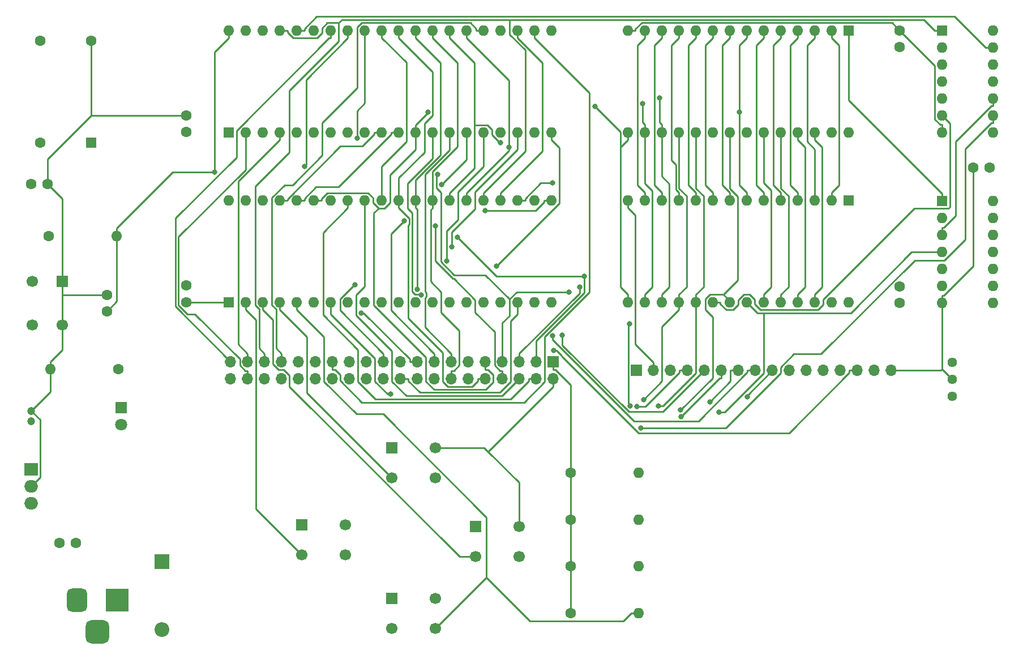
<source format=gbr>
%TF.GenerationSoftware,KiCad,Pcbnew,(6.0.7)*%
%TF.CreationDate,2022-08-24T20:40:47-04:00*%
%TF.ProjectId,6502,36353032-2e6b-4696-9361-645f70636258,1.0*%
%TF.SameCoordinates,Original*%
%TF.FileFunction,Copper,L2,Bot*%
%TF.FilePolarity,Positive*%
%FSLAX46Y46*%
G04 Gerber Fmt 4.6, Leading zero omitted, Abs format (unit mm)*
G04 Created by KiCad (PCBNEW (6.0.7)) date 2022-08-24 20:40:47*
%MOMM*%
%LPD*%
G01*
G04 APERTURE LIST*
G04 Aperture macros list*
%AMRoundRect*
0 Rectangle with rounded corners*
0 $1 Rounding radius*
0 $2 $3 $4 $5 $6 $7 $8 $9 X,Y pos of 4 corners*
0 Add a 4 corners polygon primitive as box body*
4,1,4,$2,$3,$4,$5,$6,$7,$8,$9,$2,$3,0*
0 Add four circle primitives for the rounded corners*
1,1,$1+$1,$2,$3*
1,1,$1+$1,$4,$5*
1,1,$1+$1,$6,$7*
1,1,$1+$1,$8,$9*
0 Add four rect primitives between the rounded corners*
20,1,$1+$1,$2,$3,$4,$5,0*
20,1,$1+$1,$4,$5,$6,$7,0*
20,1,$1+$1,$6,$7,$8,$9,0*
20,1,$1+$1,$8,$9,$2,$3,0*%
G04 Aperture macros list end*
%TA.AperFunction,ComponentPad*%
%ADD10C,1.200000*%
%TD*%
%TA.AperFunction,ComponentPad*%
%ADD11R,1.700000X1.700000*%
%TD*%
%TA.AperFunction,ComponentPad*%
%ADD12C,1.700000*%
%TD*%
%TA.AperFunction,ComponentPad*%
%ADD13O,1.700000X1.700000*%
%TD*%
%TA.AperFunction,ComponentPad*%
%ADD14R,1.600000X1.600000*%
%TD*%
%TA.AperFunction,ComponentPad*%
%ADD15O,1.600000X1.600000*%
%TD*%
%TA.AperFunction,ComponentPad*%
%ADD16R,1.800000X1.800000*%
%TD*%
%TA.AperFunction,ComponentPad*%
%ADD17C,1.800000*%
%TD*%
%TA.AperFunction,ComponentPad*%
%ADD18C,1.600000*%
%TD*%
%TA.AperFunction,ComponentPad*%
%ADD19R,3.500000X3.500000*%
%TD*%
%TA.AperFunction,ComponentPad*%
%ADD20RoundRect,0.750000X-0.750000X-1.000000X0.750000X-1.000000X0.750000X1.000000X-0.750000X1.000000X0*%
%TD*%
%TA.AperFunction,ComponentPad*%
%ADD21RoundRect,0.875000X-0.875000X-0.875000X0.875000X-0.875000X0.875000X0.875000X-0.875000X0.875000X0*%
%TD*%
%TA.AperFunction,ComponentPad*%
%ADD22C,1.440000*%
%TD*%
%TA.AperFunction,ComponentPad*%
%ADD23R,2.000000X1.905000*%
%TD*%
%TA.AperFunction,ComponentPad*%
%ADD24O,2.000000X1.905000*%
%TD*%
%TA.AperFunction,ComponentPad*%
%ADD25R,2.200000X2.200000*%
%TD*%
%TA.AperFunction,ComponentPad*%
%ADD26O,2.200000X2.200000*%
%TD*%
%TA.AperFunction,ViaPad*%
%ADD27C,0.800000*%
%TD*%
%TA.AperFunction,Conductor*%
%ADD28C,0.250000*%
%TD*%
G04 APERTURE END LIST*
D10*
%TO.P,C1,1*%
%TO.N,Net-(C1-Pad1)*%
X73825000Y-105250000D03*
%TO.P,C1,2*%
%TO.N,GND*%
X73825000Y-103750000D03*
%TD*%
D11*
%TO.P,SW4,1,1*%
%TO.N,GND*%
X127750000Y-109250000D03*
D12*
X134250000Y-109250000D03*
%TO.P,SW4,2,2*%
%TO.N,/PA2*%
X127750000Y-113750000D03*
X134250000Y-113750000D03*
%TD*%
%TO.P,SW5,1,1*%
%TO.N,GND*%
X134250000Y-131750000D03*
D11*
X127750000Y-131750000D03*
D12*
%TO.P,SW5,2,2*%
%TO.N,/PA3*%
X134250000Y-136250000D03*
X127750000Y-136250000D03*
%TD*%
D11*
%TO.P,J2,1,Pin_1*%
%TO.N,VCC*%
X151880000Y-96370000D03*
D13*
%TO.P,J2,2,Pin_2*%
%TO.N,GND*%
X151880000Y-98910000D03*
%TO.P,J2,3,Pin_3*%
%TO.N,/A0*%
X149340000Y-96370000D03*
%TO.P,J2,4,Pin_4*%
%TO.N,/D0*%
X149340000Y-98910000D03*
%TO.P,J2,5,Pin_5*%
%TO.N,/A1*%
X146800000Y-96370000D03*
%TO.P,J2,6,Pin_6*%
%TO.N,/D1*%
X146800000Y-98910000D03*
%TO.P,J2,7,Pin_7*%
%TO.N,/A2*%
X144260000Y-96370000D03*
%TO.P,J2,8,Pin_8*%
%TO.N,/D2*%
X144260000Y-98910000D03*
%TO.P,J2,9,Pin_9*%
%TO.N,/A3*%
X141720000Y-96370000D03*
%TO.P,J2,10,Pin_10*%
%TO.N,/D3*%
X141720000Y-98910000D03*
%TO.P,J2,11,Pin_11*%
%TO.N,/A4*%
X139180000Y-96370000D03*
%TO.P,J2,12,Pin_12*%
%TO.N,/D4*%
X139180000Y-98910000D03*
%TO.P,J2,13,Pin_13*%
%TO.N,/A5*%
X136640000Y-96370000D03*
%TO.P,J2,14,Pin_14*%
%TO.N,/D5*%
X136640000Y-98910000D03*
%TO.P,J2,15,Pin_15*%
%TO.N,/A6*%
X134100000Y-96370000D03*
%TO.P,J2,16,Pin_16*%
%TO.N,/D6*%
X134100000Y-98910000D03*
%TO.P,J2,17,Pin_17*%
%TO.N,/A7*%
X131560000Y-96370000D03*
%TO.P,J2,18,Pin_18*%
%TO.N,/D7*%
X131560000Y-98910000D03*
%TO.P,J2,19,Pin_19*%
%TO.N,/A8*%
X129020000Y-96370000D03*
%TO.P,J2,20,Pin_20*%
%TO.N,/CB1*%
X129020000Y-98910000D03*
%TO.P,J2,21,Pin_21*%
%TO.N,/A9*%
X126480000Y-96370000D03*
%TO.P,J2,22,Pin_22*%
%TO.N,/CB2*%
X126480000Y-98910000D03*
%TO.P,J2,23,Pin_23*%
%TO.N,/A10*%
X123940000Y-96370000D03*
%TO.P,J2,24,Pin_24*%
%TO.N,unconnected-(J2-Pad24)*%
X123940000Y-98910000D03*
%TO.P,J2,25,Pin_25*%
%TO.N,/A11*%
X121400000Y-96370000D03*
%TO.P,J2,26,Pin_26*%
%TO.N,unconnected-(J2-Pad26)*%
X121400000Y-98910000D03*
%TO.P,J2,27,Pin_27*%
%TO.N,/A12*%
X118860000Y-96370000D03*
%TO.P,J2,28,Pin_28*%
%TO.N,unconnected-(J2-Pad28)*%
X118860000Y-98910000D03*
%TO.P,J2,29,Pin_29*%
%TO.N,/A13*%
X116320000Y-96370000D03*
%TO.P,J2,30,Pin_30*%
%TO.N,unconnected-(J2-Pad30)*%
X116320000Y-98910000D03*
%TO.P,J2,31,Pin_31*%
%TO.N,/A14*%
X113780000Y-96370000D03*
%TO.P,J2,32,Pin_32*%
%TO.N,/PHI1*%
X113780000Y-98910000D03*
%TO.P,J2,33,Pin_33*%
%TO.N,/A15*%
X111240000Y-96370000D03*
%TO.P,J2,34,Pin_34*%
%TO.N,/PHI2*%
X111240000Y-98910000D03*
%TO.P,J2,35,Pin_35*%
X108700000Y-96370000D03*
%TO.P,J2,36,Pin_36*%
%TO.N,/~{PHI2}*%
X108700000Y-98910000D03*
%TO.P,J2,37,Pin_37*%
%TO.N,/~{IRQ}*%
X106160000Y-96370000D03*
%TO.P,J2,38,Pin_38*%
%TO.N,/RDY*%
X106160000Y-98910000D03*
%TO.P,J2,39,Pin_39*%
%TO.N,/~{RW}*%
X103620000Y-96370000D03*
%TO.P,J2,40,Pin_40*%
%TO.N,VCC*%
X103620000Y-98910000D03*
%TD*%
D14*
%TO.P,U3,1,A14*%
%TO.N,/A14*%
X196055000Y-46840000D03*
D15*
%TO.P,U3,2,A12*%
%TO.N,/A12*%
X193515000Y-46840000D03*
%TO.P,U3,3,A7*%
%TO.N,/A7*%
X190975000Y-46840000D03*
%TO.P,U3,4,A6*%
%TO.N,/A6*%
X188435000Y-46840000D03*
%TO.P,U3,5,A5*%
%TO.N,/A5*%
X185895000Y-46840000D03*
%TO.P,U3,6,A4*%
%TO.N,/A4*%
X183355000Y-46840000D03*
%TO.P,U3,7,A3*%
%TO.N,/A3*%
X180815000Y-46840000D03*
%TO.P,U3,8,A2*%
%TO.N,/A2*%
X178275000Y-46840000D03*
%TO.P,U3,9,A1*%
%TO.N,/A1*%
X175735000Y-46840000D03*
%TO.P,U3,10,A0*%
%TO.N,/A0*%
X173195000Y-46840000D03*
%TO.P,U3,11,D0*%
%TO.N,/D0*%
X170655000Y-46840000D03*
%TO.P,U3,12,D1*%
%TO.N,/D1*%
X168115000Y-46840000D03*
%TO.P,U3,13,D2*%
%TO.N,/D2*%
X165575000Y-46840000D03*
%TO.P,U3,14,GND*%
%TO.N,GND*%
X163035000Y-46840000D03*
%TO.P,U3,15,D3*%
%TO.N,/D3*%
X163035000Y-62080000D03*
%TO.P,U3,16,D4*%
%TO.N,/D4*%
X165575000Y-62080000D03*
%TO.P,U3,17,D5*%
%TO.N,/D5*%
X168115000Y-62080000D03*
%TO.P,U3,18,D6*%
%TO.N,/D6*%
X170655000Y-62080000D03*
%TO.P,U3,19,D7*%
%TO.N,/D7*%
X173195000Y-62080000D03*
%TO.P,U3,20,~{CS}*%
%TO.N,/~{ROMCS}*%
X175735000Y-62080000D03*
%TO.P,U3,21,A10*%
%TO.N,/A10*%
X178275000Y-62080000D03*
%TO.P,U3,22,~{OE}*%
%TO.N,/~{ROMCS}*%
X180815000Y-62080000D03*
%TO.P,U3,23,A11*%
%TO.N,/A11*%
X183355000Y-62080000D03*
%TO.P,U3,24,A9*%
%TO.N,/A9*%
X185895000Y-62080000D03*
%TO.P,U3,25,A8*%
%TO.N,/A8*%
X188435000Y-62080000D03*
%TO.P,U3,26,A13*%
%TO.N,/A13*%
X190975000Y-62080000D03*
%TO.P,U3,27,~{WE}*%
%TO.N,VCC*%
X193515000Y-62080000D03*
%TO.P,U3,28,VCC*%
X196055000Y-62080000D03*
%TD*%
D14*
%TO.P,U2,1,~{VP}*%
%TO.N,unconnected-(U2-Pad1)*%
X103355000Y-62085000D03*
D15*
%TO.P,U2,2,RDY*%
%TO.N,/RDY*%
X105895000Y-62085000D03*
%TO.P,U2,3,\u03D51*%
%TO.N,unconnected-(U2-Pad3)*%
X108435000Y-62085000D03*
%TO.P,U2,4,~{IRQ}*%
%TO.N,/~{IRQ}*%
X110975000Y-62085000D03*
%TO.P,U2,5,~{ML}*%
%TO.N,unconnected-(U2-Pad5)*%
X113515000Y-62085000D03*
%TO.P,U2,6,~{NMI}*%
%TO.N,VCC*%
X116055000Y-62085000D03*
%TO.P,U2,7,SYNC*%
%TO.N,unconnected-(U2-Pad7)*%
X118595000Y-62085000D03*
%TO.P,U2,8,VDD*%
%TO.N,VCC*%
X121135000Y-62085000D03*
%TO.P,U2,9,A0*%
%TO.N,/A0*%
X123675000Y-62085000D03*
%TO.P,U2,10,A1*%
%TO.N,/A1*%
X126215000Y-62085000D03*
%TO.P,U2,11,A2*%
%TO.N,/A2*%
X128755000Y-62085000D03*
%TO.P,U2,12,A3*%
%TO.N,/A3*%
X131295000Y-62085000D03*
%TO.P,U2,13,A4*%
%TO.N,/A4*%
X133835000Y-62085000D03*
%TO.P,U2,14,A5*%
%TO.N,/A5*%
X136375000Y-62085000D03*
%TO.P,U2,15,A6*%
%TO.N,/A6*%
X138915000Y-62085000D03*
%TO.P,U2,16,A7*%
%TO.N,/A7*%
X141455000Y-62085000D03*
%TO.P,U2,17,A8*%
%TO.N,/A8*%
X143995000Y-62085000D03*
%TO.P,U2,18,A9*%
%TO.N,/A9*%
X146535000Y-62085000D03*
%TO.P,U2,19,A10*%
%TO.N,/A10*%
X149075000Y-62085000D03*
%TO.P,U2,20,A11*%
%TO.N,/A11*%
X151615000Y-62085000D03*
%TO.P,U2,21,VSS*%
%TO.N,GND*%
X151615000Y-46845000D03*
%TO.P,U2,22,A12*%
%TO.N,/A12*%
X149075000Y-46845000D03*
%TO.P,U2,23,A13*%
%TO.N,/A13*%
X146535000Y-46845000D03*
%TO.P,U2,24,A14*%
%TO.N,/A14*%
X143995000Y-46845000D03*
%TO.P,U2,25,A15*%
%TO.N,/A15*%
X141455000Y-46845000D03*
%TO.P,U2,26,D7*%
%TO.N,/D7*%
X138915000Y-46845000D03*
%TO.P,U2,27,D6*%
%TO.N,/D6*%
X136375000Y-46845000D03*
%TO.P,U2,28,D5*%
%TO.N,/D5*%
X133835000Y-46845000D03*
%TO.P,U2,29,D4*%
%TO.N,/D4*%
X131295000Y-46845000D03*
%TO.P,U2,30,D3*%
%TO.N,/D3*%
X128755000Y-46845000D03*
%TO.P,U2,31,D2*%
%TO.N,/D2*%
X126215000Y-46845000D03*
%TO.P,U2,32,D1*%
%TO.N,/D1*%
X123675000Y-46845000D03*
%TO.P,U2,33,D0*%
%TO.N,/D0*%
X121135000Y-46845000D03*
%TO.P,U2,34,R/~{W}*%
%TO.N,/~{RW}*%
X118595000Y-46845000D03*
%TO.P,U2,35,nc*%
%TO.N,unconnected-(U2-Pad35)*%
X116055000Y-46845000D03*
%TO.P,U2,36,BE*%
%TO.N,/RDY*%
X113515000Y-46845000D03*
%TO.P,U2,37,\u03D50*%
%TO.N,/PHI2*%
X110975000Y-46845000D03*
%TO.P,U2,38,~{SO}*%
%TO.N,VCC*%
X108435000Y-46845000D03*
%TO.P,U2,39,\u03D52*%
%TO.N,unconnected-(U2-Pad39)*%
X105895000Y-46845000D03*
%TO.P,U2,40,~{RES}*%
%TO.N,/~{RES}*%
X103355000Y-46845000D03*
%TD*%
D16*
%TO.P,D2,1,K*%
%TO.N,Net-(D2-Pad1)*%
X87250000Y-103225000D03*
D17*
%TO.P,D2,2,A*%
%TO.N,VCC*%
X87250000Y-105765000D03*
%TD*%
D18*
%TO.P,C9,1*%
%TO.N,GND*%
X80500000Y-123500000D03*
%TO.P,C9,2*%
%TO.N,VCC*%
X78000000Y-123500000D03*
%TD*%
%TO.P,C5,1*%
%TO.N,GND*%
X203680000Y-85090000D03*
%TO.P,C5,2*%
%TO.N,VCC*%
X203680000Y-87590000D03*
%TD*%
%TO.P,R2,1*%
%TO.N,VCC*%
X76420000Y-77560000D03*
D15*
%TO.P,R2,2*%
%TO.N,/~{RES}*%
X86580000Y-77560000D03*
%TD*%
D18*
%TO.P,C4,1*%
%TO.N,GND*%
X203680000Y-46840000D03*
%TO.P,C4,2*%
%TO.N,VCC*%
X203680000Y-49340000D03*
%TD*%
D12*
%TO.P,SW2,1,1*%
%TO.N,GND*%
X120750000Y-120750000D03*
D11*
X114250000Y-120750000D03*
D12*
%TO.P,SW2,2,2*%
%TO.N,/PA0*%
X114250000Y-125250000D03*
X120750000Y-125250000D03*
%TD*%
D18*
%TO.P,R1,1*%
%TO.N,Net-(D2-Pad1)*%
X86830000Y-97500000D03*
D15*
%TO.P,R1,2*%
%TO.N,GND*%
X76670000Y-97500000D03*
%TD*%
D14*
%TO.P,U5,1,VSS*%
%TO.N,GND*%
X103355000Y-87485000D03*
D15*
%TO.P,U5,2,PA0*%
%TO.N,/PA0*%
X105895000Y-87485000D03*
%TO.P,U5,3,PA1*%
%TO.N,/PA1*%
X108435000Y-87485000D03*
%TO.P,U5,4,PA2*%
%TO.N,/PA2*%
X110975000Y-87485000D03*
%TO.P,U5,5,PA3*%
%TO.N,/PA3*%
X113515000Y-87485000D03*
%TO.P,U5,6,PA4*%
%TO.N,/PA4*%
X116055000Y-87485000D03*
%TO.P,U5,7,PA5*%
%TO.N,/PA5*%
X118595000Y-87485000D03*
%TO.P,U5,8,PA6*%
%TO.N,/PA6*%
X121135000Y-87485000D03*
%TO.P,U5,9,PA7*%
%TO.N,/PA7*%
X123675000Y-87485000D03*
%TO.P,U5,10,PB0*%
%TO.N,/PB0*%
X126215000Y-87485000D03*
%TO.P,U5,11,PB1*%
%TO.N,/PB1*%
X128755000Y-87485000D03*
%TO.P,U5,12,PB2*%
%TO.N,/PB2*%
X131295000Y-87485000D03*
%TO.P,U5,13,PB3*%
%TO.N,/PB3*%
X133835000Y-87485000D03*
%TO.P,U5,14,PB4*%
%TO.N,/PB4*%
X136375000Y-87485000D03*
%TO.P,U5,15,PB5*%
%TO.N,/PB5*%
X138915000Y-87485000D03*
%TO.P,U5,16,PB6*%
%TO.N,/PB6*%
X141455000Y-87485000D03*
%TO.P,U5,17,PB7*%
%TO.N,/PB7*%
X143995000Y-87485000D03*
%TO.P,U5,18,CB1*%
%TO.N,/CB1*%
X146535000Y-87485000D03*
%TO.P,U5,19,CB2*%
%TO.N,/CB2*%
X149075000Y-87485000D03*
%TO.P,U5,20,VCC*%
%TO.N,VCC*%
X151615000Y-87485000D03*
%TO.P,U5,21,~{IRQ}*%
%TO.N,/~{IRQ}*%
X151615000Y-72245000D03*
%TO.P,U5,22,R/~{W}*%
%TO.N,/~{RW}*%
X149075000Y-72245000D03*
%TO.P,U5,23,~{CS2}*%
%TO.N,/~{VIACS2}*%
X146535000Y-72245000D03*
%TO.P,U5,24,CS1*%
%TO.N,/A13*%
X143995000Y-72245000D03*
%TO.P,U5,25,\u03D52*%
%TO.N,/PHI2*%
X141455000Y-72245000D03*
%TO.P,U5,26,D7*%
%TO.N,/D7*%
X138915000Y-72245000D03*
%TO.P,U5,27,D6*%
%TO.N,/D6*%
X136375000Y-72245000D03*
%TO.P,U5,28,D5*%
%TO.N,/D5*%
X133835000Y-72245000D03*
%TO.P,U5,29,D4*%
%TO.N,/D4*%
X131295000Y-72245000D03*
%TO.P,U5,30,D3*%
%TO.N,/D3*%
X128755000Y-72245000D03*
%TO.P,U5,31,D2*%
%TO.N,/D2*%
X126215000Y-72245000D03*
%TO.P,U5,32,D1*%
%TO.N,/D1*%
X123675000Y-72245000D03*
%TO.P,U5,33,D0*%
%TO.N,/D0*%
X121135000Y-72245000D03*
%TO.P,U5,34,~{RES}*%
%TO.N,/~{RES}*%
X118595000Y-72245000D03*
%TO.P,U5,35,RS3*%
%TO.N,/A3*%
X116055000Y-72245000D03*
%TO.P,U5,36,RS2*%
%TO.N,/A2*%
X113515000Y-72245000D03*
%TO.P,U5,37,RS1*%
%TO.N,/A1*%
X110975000Y-72245000D03*
%TO.P,U5,38,RS0*%
%TO.N,/A0*%
X108435000Y-72245000D03*
%TO.P,U5,39,CA2*%
%TO.N,/CA2*%
X105895000Y-72245000D03*
%TO.P,U5,40,CA1*%
%TO.N,/CA1*%
X103355000Y-72245000D03*
%TD*%
D19*
%TO.P,J1,1*%
%TO.N,Net-(D1-Pad2)*%
X86650000Y-132042500D03*
D20*
%TO.P,J1,2*%
%TO.N,GND*%
X80650000Y-132042500D03*
D21*
%TO.P,J1,3*%
%TO.N,N/C*%
X83650000Y-136742500D03*
%TD*%
D18*
%TO.P,R4,1*%
%TO.N,VCC*%
X154500000Y-119980000D03*
D15*
%TO.P,R4,2*%
%TO.N,/PA1*%
X164660000Y-119980000D03*
%TD*%
D18*
%TO.P,C3,1*%
%TO.N,GND*%
X97000000Y-87480000D03*
%TO.P,C3,2*%
%TO.N,VCC*%
X97000000Y-84980000D03*
%TD*%
D12*
%TO.P,SW3,1,1*%
%TO.N,GND*%
X146750000Y-121000000D03*
D11*
X140250000Y-121000000D03*
D12*
%TO.P,SW3,2,2*%
%TO.N,/PA1*%
X146750000Y-125500000D03*
X140250000Y-125500000D03*
%TD*%
D22*
%TO.P,RV1,1,1*%
%TO.N,/CNTRST*%
X211500000Y-96460000D03*
%TO.P,RV1,2,2*%
%TO.N,GND*%
X211500000Y-99000000D03*
%TO.P,RV1,3,3*%
%TO.N,VCC*%
X211500000Y-101540000D03*
%TD*%
D18*
%TO.P,C7,1*%
%TO.N,GND*%
X85090000Y-86360000D03*
%TO.P,C7,2*%
%TO.N,/~{RES}*%
X85090000Y-88860000D03*
%TD*%
%TO.P,C6,1*%
%TO.N,GND*%
X214630000Y-67310000D03*
%TO.P,C6,2*%
%TO.N,VCC*%
X217130000Y-67310000D03*
%TD*%
D14*
%TO.P,U7,1*%
%TO.N,/PHI2*%
X210040000Y-46840000D03*
D15*
%TO.P,U7,2*%
X210040000Y-49380000D03*
%TO.P,U7,3*%
%TO.N,/~{PHI2}*%
X210040000Y-51920000D03*
%TO.P,U7,4*%
%TO.N,Net-(U7-Pad11)*%
X210040000Y-54460000D03*
%TO.P,U7,5*%
X210040000Y-57000000D03*
%TO.P,U7,6*%
%TO.N,/~{RAMCS}*%
X210040000Y-59540000D03*
%TO.P,U7,7,GND*%
%TO.N,GND*%
X210040000Y-62080000D03*
%TO.P,U7,8*%
%TO.N,Net-(U7-Pad12)*%
X217660000Y-62080000D03*
%TO.P,U7,9*%
%TO.N,/~{PHI2}*%
X217660000Y-59540000D03*
%TO.P,U7,10*%
%TO.N,/~{A14}*%
X217660000Y-57000000D03*
%TO.P,U7,11*%
%TO.N,Net-(U7-Pad11)*%
X217660000Y-54460000D03*
%TO.P,U7,12*%
%TO.N,Net-(U7-Pad12)*%
X217660000Y-51920000D03*
%TO.P,U7,13*%
%TO.N,/RDY*%
X217660000Y-49380000D03*
%TO.P,U7,14,VCC*%
%TO.N,VCC*%
X217660000Y-46840000D03*
%TD*%
D18*
%TO.P,C2,1*%
%TO.N,VCC*%
X97000000Y-62040000D03*
%TO.P,C2,2*%
%TO.N,GND*%
X97000000Y-59540000D03*
%TD*%
%TO.P,R3,1*%
%TO.N,VCC*%
X154500000Y-113000000D03*
D15*
%TO.P,R3,2*%
%TO.N,/PA0*%
X164660000Y-113000000D03*
%TD*%
D14*
%TO.P,U6,1*%
%TO.N,/A14*%
X210000000Y-72350000D03*
D15*
%TO.P,U6,2*%
X210000000Y-74890000D03*
%TO.P,U6,3*%
%TO.N,/~{A14}*%
X210000000Y-77430000D03*
%TO.P,U6,4*%
%TO.N,/A14*%
X210000000Y-79970000D03*
%TO.P,U6,5*%
%TO.N,/~{A15}*%
X210000000Y-82510000D03*
%TO.P,U6,6*%
%TO.N,/~{VIACS2}*%
X210000000Y-85050000D03*
%TO.P,U6,7,GND*%
%TO.N,GND*%
X210000000Y-87590000D03*
%TO.P,U6,8*%
%TO.N,/~{A15}*%
X217620000Y-87590000D03*
%TO.P,U6,9*%
%TO.N,/A15*%
X217620000Y-85050000D03*
%TO.P,U6,10*%
X217620000Y-82510000D03*
%TO.P,U6,11*%
%TO.N,/~{ROMCS}*%
X217620000Y-79970000D03*
%TO.P,U6,12*%
%TO.N,/A14*%
X217620000Y-77430000D03*
%TO.P,U6,13*%
%TO.N,/A15*%
X217620000Y-74890000D03*
%TO.P,U6,14,VCC*%
%TO.N,VCC*%
X217620000Y-72350000D03*
%TD*%
D12*
%TO.P,SW1,1,1*%
%TO.N,GND*%
X78450000Y-90880000D03*
D11*
X78450000Y-84380000D03*
D12*
%TO.P,SW1,2,2*%
%TO.N,/~{RES}*%
X73950000Y-84380000D03*
X73950000Y-90880000D03*
%TD*%
D18*
%TO.P,R5,1*%
%TO.N,VCC*%
X154500000Y-126980000D03*
D15*
%TO.P,R5,2*%
%TO.N,/PA2*%
X164660000Y-126980000D03*
%TD*%
D14*
%TO.P,U4,1,A14*%
%TO.N,/A15*%
X196055000Y-72240000D03*
D15*
%TO.P,U4,2,A12*%
%TO.N,/A12*%
X193515000Y-72240000D03*
%TO.P,U4,3,A7*%
%TO.N,/A7*%
X190975000Y-72240000D03*
%TO.P,U4,4,A6*%
%TO.N,/A6*%
X188435000Y-72240000D03*
%TO.P,U4,5,A5*%
%TO.N,/A5*%
X185895000Y-72240000D03*
%TO.P,U4,6,A4*%
%TO.N,/A4*%
X183355000Y-72240000D03*
%TO.P,U4,7,A3*%
%TO.N,/A3*%
X180815000Y-72240000D03*
%TO.P,U4,8,A2*%
%TO.N,/A2*%
X178275000Y-72240000D03*
%TO.P,U4,9,A1*%
%TO.N,/A1*%
X175735000Y-72240000D03*
%TO.P,U4,10,A0*%
%TO.N,/A0*%
X173195000Y-72240000D03*
%TO.P,U4,11,Q0*%
%TO.N,/D0*%
X170655000Y-72240000D03*
%TO.P,U4,12,Q1*%
%TO.N,/D1*%
X168115000Y-72240000D03*
%TO.P,U4,13,Q2*%
%TO.N,/D2*%
X165575000Y-72240000D03*
%TO.P,U4,14,GND*%
%TO.N,GND*%
X163035000Y-72240000D03*
%TO.P,U4,15,Q3*%
%TO.N,/D3*%
X163035000Y-87480000D03*
%TO.P,U4,16,Q4*%
%TO.N,/D4*%
X165575000Y-87480000D03*
%TO.P,U4,17,Q5*%
%TO.N,/D5*%
X168115000Y-87480000D03*
%TO.P,U4,18,Q6*%
%TO.N,/D6*%
X170655000Y-87480000D03*
%TO.P,U4,19,Q7*%
%TO.N,/D7*%
X173195000Y-87480000D03*
%TO.P,U4,20,~{CS}*%
%TO.N,/~{RAMCS}*%
X175735000Y-87480000D03*
%TO.P,U4,21,A10*%
%TO.N,/A10*%
X178275000Y-87480000D03*
%TO.P,U4,22,~{OE}*%
%TO.N,/A14*%
X180815000Y-87480000D03*
%TO.P,U4,23,A11*%
%TO.N,/A11*%
X183355000Y-87480000D03*
%TO.P,U4,24,A9*%
%TO.N,/A9*%
X185895000Y-87480000D03*
%TO.P,U4,25,A8*%
%TO.N,/A8*%
X188435000Y-87480000D03*
%TO.P,U4,26,A13*%
%TO.N,/A13*%
X190975000Y-87480000D03*
%TO.P,U4,27,~{WE}*%
%TO.N,/~{RW}*%
X193515000Y-87480000D03*
%TO.P,U4,28,VCC*%
%TO.N,VCC*%
X196055000Y-87480000D03*
%TD*%
D14*
%TO.P,X1,1,EN*%
%TO.N,unconnected-(X1-Pad1)*%
X82750000Y-63620000D03*
D18*
%TO.P,X1,7,GND*%
%TO.N,GND*%
X82750000Y-48380000D03*
%TO.P,X1,8,OUT*%
%TO.N,/PHI1*%
X75130000Y-48380000D03*
%TO.P,X1,14,Vcc*%
%TO.N,VCC*%
X75130000Y-63620000D03*
%TD*%
%TO.P,C8,1*%
%TO.N,GND*%
X76250000Y-69780000D03*
%TO.P,C8,2*%
%TO.N,VCC*%
X73750000Y-69780000D03*
%TD*%
D23*
%TO.P,U1,1,IN*%
%TO.N,Net-(C1-Pad1)*%
X73770000Y-112460000D03*
D24*
%TO.P,U1,2,GND*%
%TO.N,GND*%
X73770000Y-115000000D03*
%TO.P,U1,3,OUT*%
%TO.N,VCC*%
X73770000Y-117540000D03*
%TD*%
D18*
%TO.P,R6,1*%
%TO.N,VCC*%
X154500000Y-133980000D03*
D15*
%TO.P,R6,2*%
%TO.N,/PA3*%
X164660000Y-133980000D03*
%TD*%
D25*
%TO.P,D1,1,K*%
%TO.N,Net-(C1-Pad1)*%
X93350000Y-126240000D03*
D26*
%TO.P,D1,2,A*%
%TO.N,Net-(D1-Pad2)*%
X93350000Y-136400000D03*
%TD*%
D11*
%TO.P,J3,1,Pin_1*%
%TO.N,VCC*%
X164315000Y-97645000D03*
D13*
%TO.P,J3,2,Pin_2*%
%TO.N,GND*%
X166855000Y-97645000D03*
%TO.P,J3,3,Pin_3*%
%TO.N,/CNTRST*%
X169395000Y-97645000D03*
%TO.P,J3,4,Pin_4*%
%TO.N,/PA5*%
X171935000Y-97645000D03*
%TO.P,J3,5,Pin_5*%
%TO.N,/PA6*%
X174475000Y-97645000D03*
%TO.P,J3,6,Pin_6*%
%TO.N,/PA7*%
X177015000Y-97645000D03*
%TO.P,J3,7,Pin_7*%
%TO.N,/PB0*%
X179555000Y-97645000D03*
%TO.P,J3,8,Pin_8*%
%TO.N,/PB1*%
X182095000Y-97645000D03*
%TO.P,J3,9,Pin_9*%
%TO.N,/PB2*%
X184635000Y-97645000D03*
%TO.P,J3,10,Pin_10*%
%TO.N,/PB3*%
X187175000Y-97645000D03*
%TO.P,J3,11,Pin_11*%
%TO.N,/PB4*%
X189715000Y-97645000D03*
%TO.P,J3,12,Pin_12*%
%TO.N,/PB5*%
X192255000Y-97645000D03*
%TO.P,J3,13,Pin_13*%
%TO.N,/PB6*%
X194795000Y-97645000D03*
%TO.P,J3,14,Pin_14*%
%TO.N,/PB7*%
X197335000Y-97645000D03*
%TO.P,J3,15,Pin_15*%
%TO.N,VCC*%
X199875000Y-97645000D03*
%TO.P,J3,16,Pin_16*%
%TO.N,GND*%
X202415000Y-97645000D03*
%TD*%
D27*
%TO.N,/~{PHI2}*%
X164954100Y-106289300D03*
%TO.N,/~{VIACS2}*%
X151746800Y-69619500D03*
%TO.N,/PB7*%
X151968400Y-94696200D03*
%TO.N,/~{RES}*%
X101224000Y-68031900D03*
%TO.N,/D0*%
X114638800Y-67146700D03*
%TO.N,/D1*%
X122534000Y-62925700D03*
%TO.N,/D2*%
X134252300Y-76075600D03*
%TO.N,/D3*%
X158113900Y-58241000D03*
%TO.N,/D4*%
X131529800Y-85583700D03*
X165203900Y-57786900D03*
%TO.N,/D5*%
X167743600Y-56924500D03*
%TO.N,/D6*%
X165370900Y-102044100D03*
X144008200Y-63583100D03*
%TO.N,/D7*%
X167625100Y-102965500D03*
X145265000Y-64308400D03*
%TO.N,/A14*%
X176665200Y-103953200D03*
%TO.N,/A11*%
X143413200Y-82058900D03*
%TO.N,/A10*%
X170915200Y-103571200D03*
%TO.N,/A9*%
X136728100Y-79183300D03*
X122201400Y-84894100D03*
%TO.N,/A8*%
X163302600Y-90687000D03*
X163344700Y-102995600D03*
%TO.N,/A7*%
X135940900Y-81302700D03*
X123121900Y-89110400D03*
%TO.N,/A6*%
X135151900Y-69918300D03*
X129600300Y-75285200D03*
%TO.N,/A4*%
X132159600Y-86368800D03*
%TO.N,/~{IRQ}*%
X141655700Y-73771700D03*
%TO.N,/PB2*%
X180846300Y-101608500D03*
%TO.N,/PB1*%
X151776100Y-92489200D03*
%TO.N,/PB0*%
X175304900Y-102365800D03*
%TO.N,/PA7*%
X170991500Y-104571600D03*
%TO.N,/PA6*%
X153219600Y-92432000D03*
%TO.N,/PA5*%
X164365300Y-103118000D03*
X127573300Y-101233200D03*
%TO.N,/A3*%
X179689700Y-59059900D03*
X133112800Y-59059900D03*
%TO.N,/A2*%
X134567000Y-68363000D03*
X154226700Y-85947400D03*
%TO.N,/A1*%
X155790500Y-85222000D03*
%TO.N,/A0*%
X156526800Y-83570900D03*
X137546300Y-77727400D03*
%TD*%
D28*
%TO.N,/~{PHI2}*%
X177691100Y-106289300D02*
X164954100Y-106289300D01*
X185905000Y-98075400D02*
X177691100Y-106289300D01*
X185905000Y-97195200D02*
X185905000Y-98075400D01*
X187855500Y-95244700D02*
X185905000Y-97195200D01*
X191933800Y-95244700D02*
X187855500Y-95244700D01*
X205938500Y-81240000D02*
X191933800Y-95244700D01*
X210323700Y-81240000D02*
X205938500Y-81240000D01*
X213487300Y-78076400D02*
X210323700Y-81240000D01*
X213487300Y-64556700D02*
X213487300Y-78076400D01*
X217378700Y-60665300D02*
X213487300Y-64556700D01*
X217660000Y-60665300D02*
X217378700Y-60665300D01*
X217660000Y-59540000D02*
X217660000Y-60665300D01*
%TO.N,/~{A14}*%
X210000000Y-77430000D02*
X210000000Y-76304700D01*
X217660000Y-57000000D02*
X217660000Y-58125300D01*
X217378700Y-58125300D02*
X217660000Y-58125300D01*
X212026000Y-63478000D02*
X217378700Y-58125300D01*
X212026000Y-74560000D02*
X212026000Y-63478000D01*
X210281300Y-76304700D02*
X212026000Y-74560000D01*
X210000000Y-76304700D02*
X210281300Y-76304700D01*
%TO.N,/~{VIACS2}*%
X147660300Y-71963700D02*
X147660300Y-72245000D01*
X150004500Y-69619500D02*
X147660300Y-71963700D01*
X151746800Y-69619500D02*
X150004500Y-69619500D01*
X146535000Y-72245000D02*
X147660300Y-72245000D01*
%TO.N,/PA3*%
X148388100Y-135136700D02*
X141875700Y-128624300D01*
X162378000Y-135136700D02*
X148388100Y-135136700D01*
X163534700Y-133980000D02*
X162378000Y-135136700D01*
X134250000Y-136250000D02*
X141875700Y-128624300D01*
X164660000Y-133980000D02*
X163534700Y-133980000D01*
X141875700Y-119668200D02*
X141875700Y-128624300D01*
X126420200Y-104212700D02*
X141875700Y-119668200D01*
X122435800Y-104212700D02*
X126420200Y-104212700D01*
X117535500Y-99312400D02*
X122435800Y-104212700D01*
X117535500Y-92630800D02*
X117535500Y-99312400D01*
X113515000Y-88610300D02*
X117535500Y-92630800D01*
X113515000Y-87485000D02*
X113515000Y-88610300D01*
%TO.N,/PA2*%
X115050000Y-92685300D02*
X110975000Y-88610300D01*
X115050000Y-101050000D02*
X115050000Y-92685300D01*
X127750000Y-113750000D02*
X115050000Y-101050000D01*
X110975000Y-87485000D02*
X110975000Y-88610300D01*
%TO.N,/PA1*%
X109958500Y-90133800D02*
X108435000Y-88610300D01*
X109958500Y-96753300D02*
X109958500Y-90133800D01*
X110750600Y-97545400D02*
X109958500Y-96753300D01*
X111576400Y-97545400D02*
X110750600Y-97545400D01*
X112415400Y-98384400D02*
X111576400Y-97545400D01*
X112415400Y-100077700D02*
X112415400Y-98384400D01*
X137837700Y-125500000D02*
X112415400Y-100077700D01*
X140250000Y-125500000D02*
X137837700Y-125500000D01*
X108435000Y-87485000D02*
X108435000Y-88610300D01*
%TO.N,/~{RAMCS}*%
X211216100Y-60716100D02*
X210040000Y-59540000D01*
X211216100Y-73236800D02*
X211216100Y-60716100D01*
X210977600Y-73475300D02*
X211216100Y-73236800D01*
X205862500Y-73475300D02*
X210977600Y-73475300D01*
X192245000Y-87092800D02*
X205862500Y-73475300D01*
X192245000Y-87813600D02*
X192245000Y-87092800D01*
X191441900Y-88616700D02*
X192245000Y-87813600D01*
X182858700Y-88616700D02*
X191441900Y-88616700D01*
X182005200Y-87763200D02*
X182858700Y-88616700D01*
X182005200Y-87072300D02*
X182005200Y-87763200D01*
X181260200Y-86327300D02*
X182005200Y-87072300D01*
X180376000Y-86327300D02*
X181260200Y-86327300D01*
X179545000Y-87158300D02*
X180376000Y-86327300D01*
X179545000Y-87838500D02*
X179545000Y-87158300D01*
X178762200Y-88621300D02*
X179545000Y-87838500D01*
X177720300Y-88621300D02*
X178762200Y-88621300D01*
X176860300Y-87761300D02*
X177720300Y-88621300D01*
X176860300Y-87480000D02*
X176860300Y-87761300D01*
X175735000Y-87480000D02*
X176860300Y-87480000D01*
%TO.N,/PA0*%
X107418500Y-90133800D02*
X105895000Y-88610300D01*
X107418500Y-118418500D02*
X107418500Y-90133800D01*
X114250000Y-125250000D02*
X107418500Y-118418500D01*
X105895000Y-87485000D02*
X105895000Y-88610300D01*
%TO.N,/PB7*%
X152374600Y-94696200D02*
X151968400Y-94696200D01*
X153137000Y-95458600D02*
X152374600Y-94696200D01*
X153137000Y-95546800D02*
X153137000Y-95458600D01*
X164607300Y-107017100D02*
X153137000Y-95546800D01*
X187154900Y-107017100D02*
X164607300Y-107017100D01*
X196159700Y-98012300D02*
X187154900Y-107017100D01*
X196159700Y-97645000D02*
X196159700Y-98012300D01*
X197335000Y-97645000D02*
X196159700Y-97645000D01*
%TO.N,/~{RES}*%
X86580000Y-87370000D02*
X86580000Y-77560000D01*
X85090000Y-88860000D02*
X86580000Y-87370000D01*
X86580000Y-77560000D02*
X86580000Y-76434700D01*
X101224000Y-50101300D02*
X103355000Y-47970300D01*
X101224000Y-68031900D02*
X101224000Y-50101300D01*
X94982800Y-68031900D02*
X101224000Y-68031900D01*
X86580000Y-76434700D02*
X94982800Y-68031900D01*
X103355000Y-46845000D02*
X103355000Y-47970300D01*
%TO.N,/PHI2*%
X108700000Y-96370000D02*
X108700000Y-95194700D01*
X110975000Y-46845000D02*
X112100300Y-46845000D01*
X119765700Y-48446100D02*
X119765700Y-45704600D01*
X112389600Y-55822200D02*
X119765700Y-48446100D01*
X112389600Y-65082500D02*
X112389600Y-55822200D01*
X107299000Y-70173100D02*
X112389600Y-65082500D01*
X107299000Y-87940600D02*
X107299000Y-70173100D01*
X107868900Y-88510500D02*
X107299000Y-87940600D01*
X107868900Y-94363600D02*
X107868900Y-88510500D01*
X108700000Y-95194700D02*
X107868900Y-94363600D01*
X112100300Y-47126400D02*
X112100300Y-46845000D01*
X112944200Y-47970300D02*
X112100300Y-47126400D01*
X116579500Y-47970300D02*
X112944200Y-47970300D01*
X117324300Y-47225500D02*
X116579500Y-47970300D01*
X117324300Y-46480500D02*
X117324300Y-47225500D01*
X118100200Y-45704600D02*
X117324300Y-46480500D01*
X119765700Y-45704600D02*
X118100200Y-45704600D01*
X210040000Y-46840000D02*
X208914700Y-46840000D01*
X141455000Y-72245000D02*
X141455000Y-71119700D01*
X147674400Y-64900300D02*
X141455000Y-71119700D01*
X147674400Y-49746600D02*
X147674400Y-64900300D01*
X145340300Y-47412500D02*
X147674400Y-49746600D01*
X145340300Y-45231200D02*
X145340300Y-47412500D01*
X120239100Y-45231200D02*
X119765700Y-45704600D01*
X145340300Y-45231200D02*
X120239100Y-45231200D01*
X207305900Y-45231200D02*
X208914700Y-46840000D01*
X145340300Y-45231200D02*
X207305900Y-45231200D01*
%TO.N,/~{RW}*%
X118595000Y-46845000D02*
X118595000Y-47970300D01*
X118313700Y-47970300D02*
X118595000Y-47970300D01*
X104480400Y-61803600D02*
X118313700Y-47970300D01*
X104480400Y-65801300D02*
X104480400Y-61803600D01*
X95383400Y-74898300D02*
X104480400Y-65801300D01*
X95383400Y-88133400D02*
X95383400Y-74898300D01*
X103620000Y-96370000D02*
X95383400Y-88133400D01*
%TO.N,/D0*%
X121135000Y-46845000D02*
X121135000Y-47970300D01*
X169529700Y-49090600D02*
X170655000Y-47965300D01*
X169529700Y-66211400D02*
X169529700Y-49090600D01*
X170204600Y-66886300D02*
X169529700Y-66211400D01*
X170204600Y-70664300D02*
X170204600Y-66886300D01*
X170655000Y-71114700D02*
X170204600Y-70664300D01*
X170655000Y-72240000D02*
X170655000Y-71114700D01*
X170655000Y-46840000D02*
X170655000Y-47965300D01*
X121135000Y-72245000D02*
X121135000Y-73370300D01*
X149340000Y-98910000D02*
X148164700Y-98910000D01*
X114898600Y-66886900D02*
X114638800Y-67146700D01*
X114898600Y-54206700D02*
X114898600Y-66886900D01*
X121135000Y-47970300D02*
X114898600Y-54206700D01*
X117443300Y-77062000D02*
X121135000Y-73370300D01*
X117443300Y-89344800D02*
X117443300Y-77062000D01*
X122670000Y-94571500D02*
X117443300Y-89344800D01*
X122670000Y-99346400D02*
X122670000Y-94571500D01*
X125301000Y-101977400D02*
X122670000Y-99346400D01*
X145464600Y-101977400D02*
X125301000Y-101977400D01*
X148164700Y-99277300D02*
X145464600Y-101977400D01*
X148164700Y-98910000D02*
X148164700Y-99277300D01*
%TO.N,/D1*%
X166989700Y-49090600D02*
X168115000Y-47965300D01*
X166989700Y-69989400D02*
X166989700Y-49090600D01*
X168115000Y-71114700D02*
X166989700Y-69989400D01*
X168115000Y-72240000D02*
X168115000Y-71114700D01*
X168115000Y-46840000D02*
X168115000Y-47965300D01*
X123675000Y-72245000D02*
X123675000Y-73370300D01*
X122534000Y-58841000D02*
X122534000Y-62925700D01*
X123675000Y-57700000D02*
X122534000Y-58841000D01*
X123675000Y-46845000D02*
X123675000Y-57700000D01*
X123675000Y-85156900D02*
X123675000Y-73370300D01*
X122396500Y-86435400D02*
X123675000Y-85156900D01*
X122396500Y-89412500D02*
X122396500Y-86435400D01*
X127750000Y-94766000D02*
X122396500Y-89412500D01*
X127750000Y-99310900D02*
X127750000Y-94766000D01*
X129943600Y-101504500D02*
X127750000Y-99310900D01*
X144205500Y-101504500D02*
X129943600Y-101504500D01*
X146800000Y-98910000D02*
X144205500Y-101504500D01*
%TO.N,/D2*%
X144260000Y-98910000D02*
X144260000Y-97734700D01*
X126215000Y-67137300D02*
X126215000Y-72245000D01*
X129885400Y-63466900D02*
X126215000Y-67137300D01*
X129885400Y-51640700D02*
X129885400Y-63466900D01*
X126215000Y-47970300D02*
X129885400Y-51640700D01*
X126215000Y-46845000D02*
X126215000Y-47970300D01*
X143892600Y-97734700D02*
X144260000Y-97734700D01*
X143084700Y-96926800D02*
X143892600Y-97734700D01*
X143084700Y-91894100D02*
X143084700Y-96926800D01*
X140185000Y-88994400D02*
X143084700Y-91894100D01*
X140185000Y-87145800D02*
X140185000Y-88994400D01*
X137016300Y-83977100D02*
X140185000Y-87145800D01*
X136899900Y-83977100D02*
X137016300Y-83977100D01*
X134252300Y-81329500D02*
X136899900Y-83977100D01*
X134252300Y-76075600D02*
X134252300Y-81329500D01*
X164449700Y-49090600D02*
X165575000Y-47965300D01*
X164449700Y-69989400D02*
X164449700Y-49090600D01*
X165575000Y-71114700D02*
X164449700Y-69989400D01*
X165575000Y-72240000D02*
X165575000Y-71114700D01*
X165575000Y-46840000D02*
X165575000Y-47965300D01*
%TO.N,/D3*%
X163035000Y-87480000D02*
X163035000Y-86354700D01*
X163035000Y-62080000D02*
X163035000Y-63205300D01*
X140544700Y-99277400D02*
X140544700Y-98910000D01*
X139736800Y-100085300D02*
X140544700Y-99277400D01*
X136113900Y-100085300D02*
X139736800Y-100085300D01*
X135370000Y-99341400D02*
X136113900Y-100085300D01*
X135370000Y-95044300D02*
X135370000Y-99341400D01*
X130169000Y-89843300D02*
X135370000Y-95044300D01*
X130169000Y-76011200D02*
X130169000Y-89843300D01*
X130354100Y-75826100D02*
X130169000Y-76011200D01*
X130354100Y-74969400D02*
X130354100Y-75826100D01*
X128755000Y-73370300D02*
X130354100Y-74969400D01*
X128755000Y-72245000D02*
X128755000Y-73370300D01*
X141720000Y-98910000D02*
X140544700Y-98910000D01*
X161909600Y-62036700D02*
X158113900Y-58241000D01*
X161909600Y-64330600D02*
X161909600Y-62036700D01*
X161909700Y-64330600D02*
X161909600Y-64330600D01*
X161909700Y-85229400D02*
X161909700Y-64330600D01*
X163035000Y-86354700D02*
X161909700Y-85229400D01*
X161909700Y-64330600D02*
X163035000Y-63205300D01*
X128755000Y-68893000D02*
X128755000Y-72245000D01*
X132598000Y-65050000D02*
X128755000Y-68893000D01*
X132598000Y-60786700D02*
X132598000Y-65050000D01*
X133839900Y-59544800D02*
X132598000Y-60786700D01*
X133839900Y-53055200D02*
X133839900Y-59544800D01*
X128755000Y-47970300D02*
X133839900Y-53055200D01*
X128755000Y-46845000D02*
X128755000Y-47970300D01*
%TO.N,/D4*%
X165575000Y-87480000D02*
X165575000Y-86354700D01*
X131295000Y-72245000D02*
X131295000Y-73370300D01*
X131529800Y-73605100D02*
X131529800Y-85583700D01*
X131295000Y-73370300D02*
X131529800Y-73605100D01*
X131295000Y-46845000D02*
X131295000Y-47970300D01*
X166700300Y-85229400D02*
X165575000Y-86354700D01*
X166700300Y-70830000D02*
X166700300Y-85229400D01*
X165575000Y-69704700D02*
X166700300Y-70830000D01*
X165575000Y-62080000D02*
X165575000Y-69704700D01*
X165575000Y-62080000D02*
X165575000Y-60954700D01*
X165203900Y-60583600D02*
X165203900Y-57786900D01*
X165575000Y-60954700D02*
X165203900Y-60583600D01*
X131295000Y-69169300D02*
X131295000Y-72245000D01*
X134974400Y-65489900D02*
X131295000Y-69169300D01*
X134974400Y-51649700D02*
X134974400Y-65489900D01*
X131295000Y-47970300D02*
X134974400Y-51649700D01*
%TO.N,/D5*%
X168115000Y-87480000D02*
X168115000Y-86354700D01*
X168115000Y-68648000D02*
X168115000Y-62080000D01*
X169240400Y-69773400D02*
X168115000Y-68648000D01*
X169240400Y-85229300D02*
X169240400Y-69773400D01*
X168115000Y-86354700D02*
X169240400Y-85229300D01*
X168115000Y-62080000D02*
X168115000Y-60954700D01*
X167743600Y-60583300D02*
X167743600Y-56924500D01*
X168115000Y-60954700D02*
X167743600Y-60583300D01*
X133835000Y-46845000D02*
X133835000Y-47970300D01*
X136640000Y-98910000D02*
X136640000Y-97734700D01*
X133835000Y-67903100D02*
X133835000Y-72245000D01*
X137514400Y-64223700D02*
X133835000Y-67903100D01*
X137514400Y-51649700D02*
X137514400Y-64223700D01*
X133835000Y-47970300D02*
X137514400Y-51649700D01*
X137007400Y-97734700D02*
X136640000Y-97734700D01*
X137815300Y-96926800D02*
X137007400Y-97734700D01*
X137815300Y-91704700D02*
X137815300Y-96926800D01*
X135105000Y-88994400D02*
X137815300Y-91704700D01*
X135105000Y-85986700D02*
X135105000Y-88994400D01*
X133523300Y-84405000D02*
X135105000Y-85986700D01*
X133523300Y-73682000D02*
X133523300Y-84405000D01*
X133835000Y-73370300D02*
X133523300Y-73682000D01*
X133835000Y-72245000D02*
X133835000Y-73370300D01*
%TO.N,/D6*%
X136375000Y-46845000D02*
X136375000Y-47970300D01*
X136375000Y-72245000D02*
X136375000Y-71119700D01*
X170655000Y-88042600D02*
X170655000Y-88605300D01*
X140050100Y-51645400D02*
X140050100Y-60959600D01*
X136375000Y-47970300D02*
X140050100Y-51645400D01*
X140050100Y-67444600D02*
X136375000Y-71119700D01*
X140050100Y-60959600D02*
X140050100Y-67444600D01*
X170655000Y-88042600D02*
X170655000Y-87480000D01*
X170655000Y-70477800D02*
X170655000Y-62080000D01*
X171788200Y-71611000D02*
X170655000Y-70477800D01*
X171788200Y-85221500D02*
X171788200Y-71611000D01*
X170655000Y-86354700D02*
X171788200Y-85221500D01*
X170655000Y-87480000D02*
X170655000Y-86354700D01*
X143886000Y-63583100D02*
X144008200Y-63583100D01*
X142725000Y-62422100D02*
X143886000Y-63583100D01*
X142725000Y-61686000D02*
X142725000Y-62422100D01*
X141998600Y-60959600D02*
X142725000Y-61686000D01*
X140050100Y-60959600D02*
X141998600Y-60959600D01*
X168125000Y-99290000D02*
X165370900Y-102044100D01*
X168125000Y-91135300D02*
X168125000Y-99290000D01*
X170655000Y-88605300D02*
X168125000Y-91135300D01*
%TO.N,/D7*%
X173195000Y-70477800D02*
X173195000Y-62080000D01*
X174328200Y-71611000D02*
X173195000Y-70477800D01*
X174328200Y-85221500D02*
X174328200Y-71611000D01*
X173195000Y-86354700D02*
X174328200Y-85221500D01*
X173195000Y-86917300D02*
X173195000Y-86354700D01*
X173195000Y-86917300D02*
X173195000Y-87480000D01*
X168292700Y-102965500D02*
X167625100Y-102965500D01*
X173195000Y-98063200D02*
X168292700Y-102965500D01*
X173195000Y-87480000D02*
X173195000Y-98063200D01*
X138915000Y-72245000D02*
X138915000Y-71119700D01*
X138915000Y-46845000D02*
X138915000Y-47970300D01*
X145265000Y-64769700D02*
X145265000Y-64308400D01*
X138915000Y-71119700D02*
X145265000Y-64769700D01*
X145265000Y-54320300D02*
X138915000Y-47970300D01*
X145265000Y-64308400D02*
X145265000Y-54320300D01*
%TO.N,/A15*%
X110408900Y-94363600D02*
X111240000Y-95194700D01*
X110408900Y-88510500D02*
X110408900Y-94363600D01*
X109794500Y-87896100D02*
X110408900Y-88510500D01*
X109794500Y-71826200D02*
X109794500Y-87896100D01*
X111682300Y-69938400D02*
X109794500Y-71826200D01*
X112898700Y-69938400D02*
X111682300Y-69938400D01*
X117325000Y-65512100D02*
X112898700Y-69938400D01*
X117325000Y-60665800D02*
X117325000Y-65512100D01*
X122549600Y-55441200D02*
X117325000Y-60665800D01*
X122549600Y-46320200D02*
X122549600Y-55441200D01*
X123188200Y-45681600D02*
X122549600Y-46320200D01*
X139447600Y-45681600D02*
X123188200Y-45681600D01*
X140329700Y-46563700D02*
X139447600Y-45681600D01*
X140329700Y-46845000D02*
X140329700Y-46563700D01*
X141455000Y-46845000D02*
X140329700Y-46845000D01*
X111240000Y-96370000D02*
X111240000Y-95194700D01*
%TO.N,/A14*%
X196055000Y-57279700D02*
X196055000Y-46840000D01*
X210000000Y-71224700D02*
X196055000Y-57279700D01*
X210000000Y-72350000D02*
X210000000Y-71224700D01*
X177465000Y-103953200D02*
X176665200Y-103953200D01*
X183305100Y-98113100D02*
X177465000Y-103953200D01*
X183305100Y-89071600D02*
X183305100Y-98113100D01*
X182406600Y-89071600D02*
X180815000Y-87480000D01*
X183305100Y-89071600D02*
X182406600Y-89071600D01*
X196351100Y-89071600D02*
X183305100Y-89071600D01*
X205452700Y-79970000D02*
X196351100Y-89071600D01*
X210000000Y-79970000D02*
X205452700Y-79970000D01*
%TO.N,/A13*%
X192100300Y-64330600D02*
X190975000Y-63205300D01*
X192100300Y-85229400D02*
X192100300Y-64330600D01*
X190975000Y-86354700D02*
X192100300Y-85229400D01*
X190975000Y-87480000D02*
X190975000Y-86354700D01*
X190975000Y-62080000D02*
X190975000Y-63205300D01*
X150225900Y-64888800D02*
X143995000Y-71119700D01*
X150225900Y-51661200D02*
X150225900Y-64888800D01*
X146535000Y-47970300D02*
X150225900Y-51661200D01*
X146535000Y-46845000D02*
X146535000Y-47970300D01*
X143995000Y-72245000D02*
X143995000Y-71119700D01*
%TO.N,/A12*%
X194640300Y-49090600D02*
X193515000Y-47965300D01*
X194640300Y-69989400D02*
X194640300Y-49090600D01*
X193515000Y-71114700D02*
X194640300Y-69989400D01*
X193515000Y-72240000D02*
X193515000Y-71114700D01*
X193515000Y-46840000D02*
X193515000Y-47965300D01*
X149075000Y-46845000D02*
X149075000Y-47970300D01*
X118860000Y-96370000D02*
X118860000Y-97545300D01*
X157252200Y-56147500D02*
X149075000Y-47970300D01*
X157252200Y-85980000D02*
X157252200Y-56147500D01*
X150610000Y-92622200D02*
X157252200Y-85980000D01*
X150610000Y-99351600D02*
X150610000Y-92622200D01*
X147515500Y-102446100D02*
X150610000Y-99351600D01*
X123260600Y-102446100D02*
X147515500Y-102446100D01*
X120035300Y-99220800D02*
X123260600Y-102446100D01*
X120035300Y-98353200D02*
X120035300Y-99220800D01*
X119227400Y-97545300D02*
X120035300Y-98353200D01*
X118860000Y-97545300D02*
X119227400Y-97545300D01*
%TO.N,/A11*%
X184480300Y-85229400D02*
X183355000Y-86354700D01*
X184480300Y-70744700D02*
X184480300Y-85229400D01*
X183355000Y-69619400D02*
X184480300Y-70744700D01*
X183355000Y-62080000D02*
X183355000Y-69619400D01*
X183355000Y-87480000D02*
X183355000Y-86354700D01*
X151615000Y-62085000D02*
X151615000Y-63210300D01*
X152789700Y-72682400D02*
X143413200Y-82058900D01*
X152789700Y-64385000D02*
X152789700Y-72682400D01*
X151615000Y-63210300D02*
X152789700Y-64385000D01*
%TO.N,/A10*%
X178275000Y-87480000D02*
X178275000Y-87318900D01*
X179465600Y-84199700D02*
X177310700Y-86354600D01*
X179465600Y-71663400D02*
X179465600Y-84199700D01*
X178275000Y-70472800D02*
X179465600Y-71663400D01*
X178275000Y-62080000D02*
X178275000Y-70472800D01*
X178275000Y-87318900D02*
X177310700Y-86354600D01*
X175680700Y-98805700D02*
X170915200Y-103571200D01*
X175680700Y-89676200D02*
X175680700Y-98805700D01*
X174609600Y-88605100D02*
X175680700Y-89676200D01*
X174609600Y-87002100D02*
X174609600Y-88605100D01*
X175257100Y-86354600D02*
X174609600Y-87002100D01*
X177310700Y-86354600D02*
X175257100Y-86354600D01*
%TO.N,/A9*%
X185895000Y-70477800D02*
X185895000Y-62080000D01*
X187028200Y-71611000D02*
X185895000Y-70477800D01*
X187028200Y-85221500D02*
X187028200Y-71611000D01*
X185895000Y-86354700D02*
X187028200Y-85221500D01*
X185895000Y-87480000D02*
X185895000Y-86354700D01*
X120005100Y-88719800D02*
X126480000Y-95194700D01*
X120005100Y-86996400D02*
X120005100Y-88719800D01*
X122107400Y-84894100D02*
X120005100Y-86996400D01*
X122201400Y-84894100D02*
X122107400Y-84894100D01*
X136728200Y-79183300D02*
X136728100Y-79183300D01*
X136728200Y-76966300D02*
X136728200Y-79183300D01*
X140185000Y-73509500D02*
X136728200Y-76966300D01*
X140185000Y-70979700D02*
X140185000Y-73509500D01*
X146535000Y-64629700D02*
X140185000Y-70979700D01*
X146535000Y-62085000D02*
X146535000Y-64629700D01*
X126480000Y-96370000D02*
X126480000Y-95194700D01*
%TO.N,/A8*%
X189560300Y-85229400D02*
X188435000Y-86354700D01*
X189560300Y-64330600D02*
X189560300Y-85229400D01*
X188435000Y-63205300D02*
X189560300Y-64330600D01*
X188435000Y-62080000D02*
X188435000Y-63205300D01*
X188435000Y-87480000D02*
X188435000Y-86354700D01*
X163135300Y-90854300D02*
X163302600Y-90687000D01*
X163135300Y-102786200D02*
X163135300Y-90854300D01*
X163344700Y-102995600D02*
X163135300Y-102786200D01*
%TO.N,/A7*%
X189849700Y-49090600D02*
X190975000Y-47965300D01*
X189849700Y-63490000D02*
X189849700Y-49090600D01*
X190975000Y-64615300D02*
X189849700Y-63490000D01*
X190975000Y-72240000D02*
X190975000Y-64615300D01*
X190975000Y-46840000D02*
X190975000Y-47965300D01*
X131560000Y-96370000D02*
X130384700Y-96370000D01*
X123492400Y-89110400D02*
X123121900Y-89110400D01*
X130384700Y-96002700D02*
X123492400Y-89110400D01*
X130384700Y-96370000D02*
X130384700Y-96002700D01*
X135940900Y-76861700D02*
X135940900Y-81302700D01*
X137645000Y-75157600D02*
X135940900Y-76861700D01*
X137645000Y-70979700D02*
X137645000Y-75157600D01*
X141455000Y-67169700D02*
X137645000Y-70979700D01*
X141455000Y-62085000D02*
X141455000Y-67169700D01*
%TO.N,/A6*%
X134100000Y-96370000D02*
X134100000Y-95194700D01*
X127603100Y-77282400D02*
X129600300Y-75285200D01*
X127603100Y-88697800D02*
X127603100Y-77282400D01*
X134100000Y-95194700D02*
X127603100Y-88697800D01*
X138915000Y-66155200D02*
X135151900Y-69918300D01*
X138915000Y-62085000D02*
X138915000Y-66155200D01*
X187309700Y-49090600D02*
X188435000Y-47965300D01*
X187309700Y-69989400D02*
X187309700Y-49090600D01*
X188435000Y-71114700D02*
X187309700Y-69989400D01*
X188435000Y-72240000D02*
X188435000Y-71114700D01*
X188435000Y-46840000D02*
X188435000Y-47965300D01*
%TO.N,/A5*%
X184769700Y-49090600D02*
X185895000Y-47965300D01*
X184769700Y-69989400D02*
X184769700Y-49090600D01*
X185895000Y-71114700D02*
X184769700Y-69989400D01*
X185895000Y-72240000D02*
X185895000Y-71114700D01*
X185895000Y-46840000D02*
X185895000Y-47965300D01*
X136640000Y-96370000D02*
X136640000Y-95194700D01*
X132709600Y-91264300D02*
X136640000Y-95194700D01*
X132709600Y-86844600D02*
X132709600Y-91264300D01*
X132884900Y-86669300D02*
X132709600Y-86844600D01*
X132884900Y-86068300D02*
X132884900Y-86669300D01*
X132709600Y-85893000D02*
X132884900Y-86068300D01*
X132709600Y-68391600D02*
X132709600Y-85893000D01*
X136375000Y-64726200D02*
X132709600Y-68391600D01*
X136375000Y-62085000D02*
X136375000Y-64726200D01*
%TO.N,/A4*%
X182229700Y-49090600D02*
X183355000Y-47965300D01*
X182229700Y-69989400D02*
X182229700Y-49090600D01*
X183355000Y-71114700D02*
X182229700Y-69989400D01*
X183355000Y-72240000D02*
X183355000Y-71114700D01*
X183355000Y-46840000D02*
X183355000Y-47965300D01*
X132099800Y-86309000D02*
X132159600Y-86368800D01*
X131229400Y-86309000D02*
X132099800Y-86309000D01*
X130804500Y-85884100D02*
X131229400Y-86309000D01*
X130804500Y-74153700D02*
X130804500Y-85884100D01*
X130112800Y-73462000D02*
X130804500Y-74153700D01*
X130112800Y-69714600D02*
X130112800Y-73462000D01*
X133835000Y-65992400D02*
X130112800Y-69714600D01*
X133835000Y-62085000D02*
X133835000Y-65992400D01*
%TO.N,/~{IRQ}*%
X104769700Y-69415600D02*
X110975000Y-63210300D01*
X104769700Y-93804400D02*
X104769700Y-69415600D01*
X106160000Y-95194700D02*
X104769700Y-93804400D01*
X106160000Y-96370000D02*
X106160000Y-95194700D01*
X110975000Y-62085000D02*
X110975000Y-63210300D01*
X149244300Y-73771700D02*
X141655700Y-73771700D01*
X150489700Y-72526300D02*
X149244300Y-73771700D01*
X150489700Y-72245000D02*
X150489700Y-72526300D01*
X151615000Y-72245000D02*
X150489700Y-72245000D01*
%TO.N,/PB2*%
X180846300Y-101433700D02*
X180846300Y-101608500D01*
X184635000Y-97645000D02*
X180846300Y-101433700D01*
%TO.N,/PB1*%
X182095000Y-97645000D02*
X180919700Y-97645000D01*
X151776100Y-93108400D02*
X151776100Y-92489200D01*
X163964700Y-105297000D02*
X151776100Y-93108400D01*
X173569600Y-105297000D02*
X163964700Y-105297000D01*
X180919700Y-97946900D02*
X173569600Y-105297000D01*
X180919700Y-97645000D02*
X180919700Y-97946900D01*
%TO.N,/PB0*%
X179555000Y-97645000D02*
X178379700Y-97645000D01*
X178379700Y-99291000D02*
X175304900Y-102365800D01*
X178379700Y-97645000D02*
X178379700Y-99291000D01*
%TO.N,/PA7*%
X177015000Y-97645000D02*
X177015000Y-98820300D01*
X176742800Y-98820300D02*
X170991500Y-104571600D01*
X177015000Y-98820300D02*
X176742800Y-98820300D01*
%TO.N,/PA6*%
X153219600Y-93915000D02*
X153219600Y-92432000D01*
X163164200Y-103859600D02*
X153219600Y-93915000D01*
X168260400Y-103859600D02*
X163164200Y-103859600D01*
X174475000Y-97645000D02*
X168260400Y-103859600D01*
%TO.N,/PA5*%
X165649200Y-103118000D02*
X164365300Y-103118000D01*
X170759700Y-98007500D02*
X165649200Y-103118000D01*
X170759700Y-97645000D02*
X170759700Y-98007500D01*
X127084700Y-101233200D02*
X127573300Y-101233200D01*
X125209800Y-99358300D02*
X127084700Y-101233200D01*
X125209800Y-95905000D02*
X125209800Y-99358300D01*
X118595000Y-89290200D02*
X125209800Y-95905000D01*
X118595000Y-87485000D02*
X118595000Y-89290200D01*
X171935000Y-97645000D02*
X170759700Y-97645000D01*
%TO.N,/RDY*%
X106160000Y-98910000D02*
X106160000Y-97734700D01*
X105895000Y-67652700D02*
X105895000Y-62085000D01*
X95833700Y-77714000D02*
X105895000Y-67652700D01*
X95833700Y-87917600D02*
X95833700Y-77714000D01*
X97157300Y-89241200D02*
X95833700Y-87917600D01*
X98235900Y-89241200D02*
X97157300Y-89241200D01*
X104984700Y-95990000D02*
X98235900Y-89241200D01*
X104984700Y-96926800D02*
X104984700Y-95990000D01*
X105792600Y-97734700D02*
X104984700Y-96926800D01*
X106160000Y-97734700D02*
X105792600Y-97734700D01*
X114640300Y-46563700D02*
X114640300Y-46845000D01*
X116441600Y-44762400D02*
X114640300Y-46563700D01*
X211917100Y-44762400D02*
X116441600Y-44762400D01*
X216534700Y-49380000D02*
X211917100Y-44762400D01*
X217660000Y-49380000D02*
X216534700Y-49380000D01*
X113515000Y-46845000D02*
X114640300Y-46845000D01*
%TO.N,/CB1*%
X146535000Y-87485000D02*
X146535000Y-88610300D01*
X129020000Y-98910000D02*
X130195300Y-98910000D01*
X146535000Y-89247200D02*
X146535000Y-88610300D01*
X145530000Y-90252200D02*
X146535000Y-89247200D01*
X145530000Y-99318200D02*
X145530000Y-90252200D01*
X143851600Y-100996600D02*
X145530000Y-99318200D01*
X131914600Y-100996600D02*
X143851600Y-100996600D01*
X130195300Y-99277300D02*
X131914600Y-100996600D01*
X130195300Y-98910000D02*
X130195300Y-99277300D01*
%TO.N,/A3*%
X116055000Y-72245000D02*
X117180300Y-72245000D01*
X141720000Y-96370000D02*
X141720000Y-97545300D01*
X142087400Y-97545300D02*
X141720000Y-97545300D01*
X142895300Y-98353200D02*
X142087400Y-97545300D01*
X142895300Y-99401200D02*
X142895300Y-98353200D01*
X141750300Y-100546200D02*
X142895300Y-99401200D01*
X134046400Y-100546200D02*
X141750300Y-100546200D01*
X132830000Y-99329800D02*
X134046400Y-100546200D01*
X132830000Y-95712100D02*
X132830000Y-99329800D01*
X125037400Y-87919500D02*
X132830000Y-95712100D01*
X125037400Y-74109900D02*
X125037400Y-87919500D01*
X125739100Y-73408200D02*
X125037400Y-74109900D01*
X117180300Y-71963600D02*
X117180300Y-72245000D01*
X118024200Y-71119700D02*
X117180300Y-71963600D01*
X124197900Y-71119700D02*
X118024200Y-71119700D01*
X124945000Y-71866800D02*
X124197900Y-71119700D01*
X124945000Y-72614100D02*
X124945000Y-71866800D01*
X125739100Y-73408200D02*
X124945000Y-72614100D01*
X180815000Y-72240000D02*
X180815000Y-71114700D01*
X180815000Y-46840000D02*
X180815000Y-47965300D01*
X131295000Y-64624200D02*
X131295000Y-62085000D01*
X127503500Y-68415700D02*
X131295000Y-64624200D01*
X127503500Y-72559400D02*
X127503500Y-68415700D01*
X126654700Y-73408200D02*
X127503500Y-72559400D01*
X125739100Y-73408200D02*
X126654700Y-73408200D01*
X131295000Y-62085000D02*
X131295000Y-60959700D01*
X133112800Y-59141900D02*
X133112800Y-59059900D01*
X131295000Y-60959700D02*
X133112800Y-59141900D01*
X179689700Y-69989400D02*
X179689700Y-59059900D01*
X180815000Y-71114700D02*
X179689700Y-69989400D01*
X179689700Y-49090600D02*
X180815000Y-47965300D01*
X179689700Y-59059900D02*
X179689700Y-49090600D01*
%TO.N,/A2*%
X177149700Y-49090600D02*
X178275000Y-47965300D01*
X177149700Y-69989400D02*
X177149700Y-49090600D01*
X178275000Y-71114700D02*
X177149700Y-69989400D01*
X178275000Y-72240000D02*
X178275000Y-71114700D01*
X178275000Y-46840000D02*
X178275000Y-47965300D01*
X114640300Y-71963700D02*
X114640300Y-72245000D01*
X116385700Y-70218300D02*
X114640300Y-71963700D01*
X119777700Y-70218300D02*
X116385700Y-70218300D01*
X127629700Y-62366300D02*
X119777700Y-70218300D01*
X127629700Y-62085000D02*
X127629700Y-62366300D01*
X128755000Y-62085000D02*
X127629700Y-62085000D01*
X113515000Y-72245000D02*
X114640300Y-72245000D01*
X141726000Y-83415700D02*
X145333900Y-87023600D01*
X137024400Y-83415700D02*
X141726000Y-83415700D01*
X135040300Y-81431600D02*
X137024400Y-83415700D01*
X135040300Y-71032200D02*
X135040300Y-81431600D01*
X134426500Y-70418400D02*
X135040300Y-71032200D01*
X134426500Y-68503500D02*
X134426500Y-70418400D01*
X134567000Y-68363000D02*
X134426500Y-68503500D01*
X144260000Y-90567000D02*
X144260000Y-96370000D01*
X145333900Y-89493100D02*
X144260000Y-90567000D01*
X145333900Y-87023600D02*
X145333900Y-89493100D01*
X146410100Y-85947400D02*
X154226700Y-85947400D01*
X145333900Y-87023600D02*
X146410100Y-85947400D01*
%TO.N,/A1*%
X174609700Y-49090600D02*
X175735000Y-47965300D01*
X174609700Y-69989400D02*
X174609700Y-49090600D01*
X175735000Y-71114700D02*
X174609700Y-69989400D01*
X175735000Y-72240000D02*
X175735000Y-71114700D01*
X175735000Y-46840000D02*
X175735000Y-47965300D01*
X146800000Y-96370000D02*
X146800000Y-95194700D01*
X112100300Y-72068100D02*
X112100300Y-72245000D01*
X120009900Y-64158500D02*
X112100300Y-72068100D01*
X123297500Y-64158500D02*
X120009900Y-64158500D01*
X125089700Y-62366300D02*
X123297500Y-64158500D01*
X125089700Y-62085000D02*
X125089700Y-62366300D01*
X126215000Y-62085000D02*
X125089700Y-62085000D01*
X110975000Y-72245000D02*
X112100300Y-72245000D01*
X155790500Y-86160400D02*
X155790500Y-85222000D01*
X146800000Y-95150900D02*
X155790500Y-86160400D01*
X146800000Y-95194700D02*
X146800000Y-95150900D01*
%TO.N,/A0*%
X172069700Y-69989400D02*
X173195000Y-71114700D01*
X172069700Y-49090600D02*
X172069700Y-69989400D01*
X173195000Y-47965300D02*
X172069700Y-49090600D01*
X173195000Y-46840000D02*
X173195000Y-47965300D01*
X173195000Y-72240000D02*
X173195000Y-71114700D01*
X143389800Y-83570900D02*
X156526800Y-83570900D01*
X137546300Y-77727400D02*
X143389800Y-83570900D01*
X149340000Y-96370000D02*
X149340000Y-95194700D01*
X156526800Y-86061000D02*
X156526800Y-83570900D01*
X149340000Y-93247800D02*
X156526800Y-86061000D01*
X149340000Y-95194700D02*
X149340000Y-93247800D01*
%TO.N,VCC*%
X154500000Y-113000000D02*
X154500000Y-119980000D01*
X154500000Y-119980000D02*
X154500000Y-126980000D01*
X154500000Y-126980000D02*
X154500000Y-133980000D01*
X154500000Y-99858000D02*
X154500000Y-113000000D01*
X152187300Y-97545300D02*
X154500000Y-99858000D01*
X151880000Y-97545300D02*
X152187300Y-97545300D01*
X151880000Y-96370000D02*
X151880000Y-97545300D01*
%TO.N,GND*%
X102224700Y-87480000D02*
X102229700Y-87485000D01*
X97000000Y-87480000D02*
X102224700Y-87480000D01*
X103355000Y-87485000D02*
X102229700Y-87485000D01*
X76670000Y-100905000D02*
X73825000Y-103750000D01*
X76670000Y-97500000D02*
X76670000Y-100905000D01*
X78450000Y-94594700D02*
X78450000Y-90880000D01*
X76670000Y-96374700D02*
X78450000Y-94594700D01*
X76670000Y-97500000D02*
X76670000Y-96374700D01*
X78450000Y-86360000D02*
X85090000Y-86360000D01*
X78450000Y-90880000D02*
X78450000Y-86360000D01*
X78450000Y-86360000D02*
X78450000Y-84380000D01*
X214630000Y-82116000D02*
X214630000Y-67310000D01*
X210281300Y-86464700D02*
X214630000Y-82116000D01*
X210000000Y-86464700D02*
X210281300Y-86464700D01*
X210000000Y-87590000D02*
X210000000Y-86464700D01*
X78450000Y-71980000D02*
X76250000Y-69780000D01*
X78450000Y-84380000D02*
X78450000Y-71980000D01*
X82750000Y-59540000D02*
X82750000Y-48380000D01*
X76250000Y-66040000D02*
X82750000Y-59540000D01*
X76250000Y-69780000D02*
X76250000Y-66040000D01*
X82750000Y-59540000D02*
X97000000Y-59540000D01*
X163035000Y-72240000D02*
X163035000Y-73365300D01*
X163035000Y-46840000D02*
X164160300Y-46840000D01*
X208914700Y-52074700D02*
X203680000Y-46840000D01*
X208914700Y-60110800D02*
X208914700Y-52074700D01*
X209758600Y-60954700D02*
X208914700Y-60110800D01*
X210040000Y-60954700D02*
X209758600Y-60954700D01*
X209855000Y-97645000D02*
X210000000Y-97500000D01*
X202415000Y-97645000D02*
X209855000Y-97645000D01*
X210000000Y-87590000D02*
X210000000Y-97500000D01*
X210000000Y-97500000D02*
X211500000Y-99000000D01*
X164160300Y-74490600D02*
X163035000Y-73365300D01*
X164160300Y-93775000D02*
X164160300Y-74490600D01*
X166855000Y-96469700D02*
X164160300Y-93775000D01*
X166855000Y-97645000D02*
X166855000Y-96469700D01*
X75125300Y-105050300D02*
X73825000Y-103750000D01*
X75125300Y-113644700D02*
X75125300Y-105050300D01*
X73770000Y-115000000D02*
X75125300Y-113644700D01*
X210040000Y-62080000D02*
X210040000Y-60954700D01*
X151880000Y-98910000D02*
X151880000Y-100085300D01*
X151880000Y-100085300D02*
X142127700Y-109837600D01*
X141540000Y-109250000D02*
X142127700Y-109837600D01*
X134250000Y-109250000D02*
X141540000Y-109250000D01*
X146750000Y-114460000D02*
X146750000Y-121000000D01*
X142127700Y-109837600D02*
X146750000Y-114460000D01*
X164160300Y-46634500D02*
X164160300Y-46840000D01*
X165105400Y-45689400D02*
X164160300Y-46634500D01*
X202529400Y-45689400D02*
X165105400Y-45689400D01*
X203680000Y-46840000D02*
X202529400Y-45689400D01*
%TD*%
M02*

</source>
